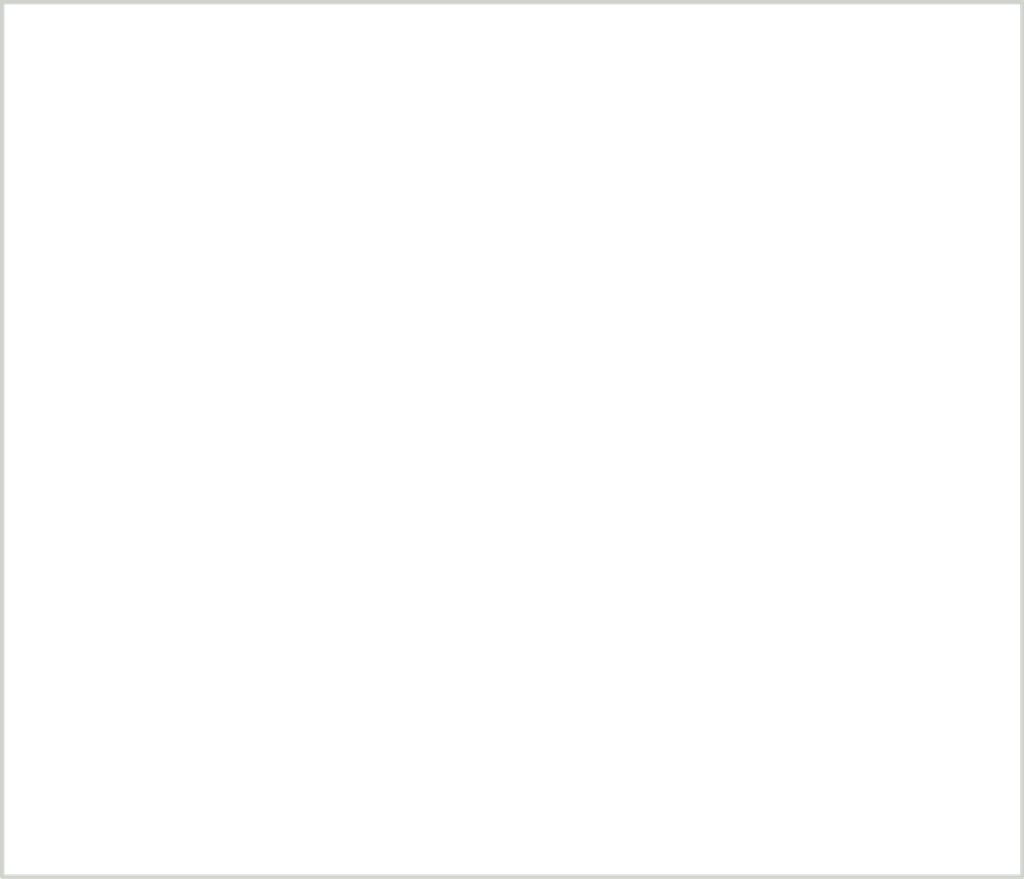
<source format=kicad_pcb>
(kicad_pcb
  (version 20231014)
  (generator "pcbnew")
  (generator_version "8.0")
  (general
    (thickness 1.6)
    (legacy_teardrops no)
  )
  (paper "A4")
  (title_block
    (title "AUX PCB #1 - Power Hub")
    (date "2026-01-12")
    (rev "A")
    (comment 1 "Bike Light Project")
    (comment 2 "Target size: 35x30mm")
  )
  (layers
    (0 "F.Cu" signal)
    (31 "B.Cu" signal)
    (32 "B.Adhes" user "B.Adhesive")
    (33 "F.Adhes" user "F.Adhesive")
    (34 "B.Paste" user)
    (35 "F.Paste" user)
    (36 "B.SilkS" user "B.Silkscreen")
    (37 "F.SilkS" user "F.Silkscreen")
    (38 "B.Mask" user)
    (39 "F.Mask" user)
    (40 "Dwgs.User" user "User.Drawings")
    (41 "Cmts.User" user "User.Comments")
    (42 "Eco1.User" user "User.Eco1")
    (43 "Eco2.User" user "User.Eco2")
    (44 "Edge.Cuts" user)
    (45 "Margin" user)
    (46 "B.CrtYd" user "B.Courtyard")
    (47 "F.CrtYd" user "F.Courtyard")
    (48 "B.Fab" user)
    (49 "F.Fab" user)
    (50 "User.1" user)
    (51 "User.2" user)
  )
  (setup
    (pad_to_mask_clearance 0)
    (allow_soldermask_bridges_in_footprints no)
    (pcbplotparams
      (layerselection 0x00010fc_ffffffff)
      (plot_on_all_layers_selection 0x0000000_00000000)
      (disableapertmacros no)
      (usegerberextensions no)
      (usegerberattributes yes)
      (usegerberadvancedattributes yes)
      (creategerberjobfile yes)
      (dashed_line_dash_ratio 12.000000)
      (dashed_line_gap_ratio 3.000000)
      (svgprecision 4)
      (plotframeref no)
      (viasonmask no)
      (mode 1)
      (useauxorigin no)
      (hpglpennumber 1)
      (hpglpenspeed 20)
      (hpglpendiameter 15.000000)
      (pdf_front_fp_property_popups yes)
      (pdf_back_fp_property_popups yes)
      (dxfpolygonmode yes)
      (dxfimperialunits yes)
      (dxfusepcbnewfont yes)
      (psnegative no)
      (psa4output no)
      (plotreference yes)
      (plotvalue yes)
      (plotfptext yes)
      (plotinvisibletext no)
      (sketchpadsonfab no)
      (subtractmaskfromsilk no)
      (outputformat 1)
      (mirror no)
      (drillshape 1)
      (scaleselection 1)
      (outputdirectory "")
    )
  )
  (net 0 "")
  (net 1 "GND")
  (net 2 "VBUS")
  (net 3 "VBAT")
  (net 4 "5V_BOOST")
  (net 5 "5V_LED")
  (net 6 "SW")
  (net 7 "FB")
  (net 8 "SW_LEFT")
  (net 9 "SW_RIGHT")
  (net 10 "SW_MODE")
  (net 11 "LED_DATA")
  (gr_rect
    (start 100 100)
    (end 135 130)
    (stroke
      (width 0.15)
      (type default)
    )
    (fill none)
    (layer "Edge.Cuts")
    (uuid "f6789012-abcd-ef12-3456-789012345678")
  )
)

</source>
